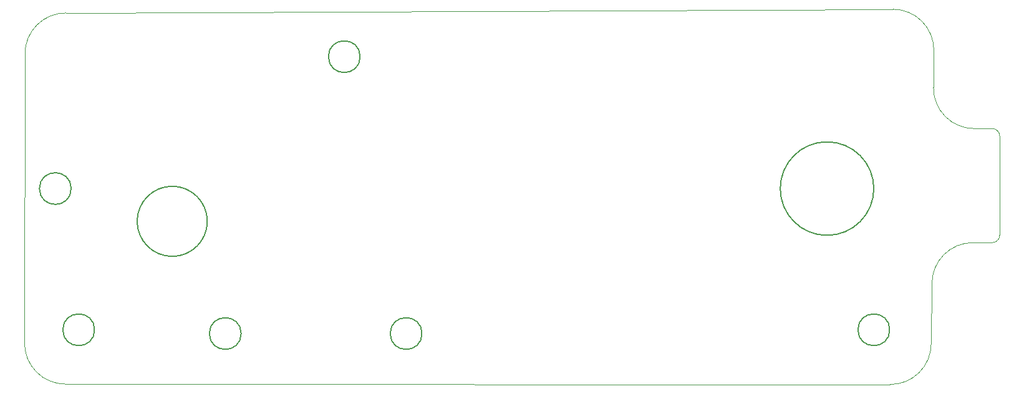
<source format=gbr>
%TF.GenerationSoftware,KiCad,Pcbnew,(6.0.9)*%
%TF.CreationDate,2022-12-26T17:28:56-09:00*%
%TF.ProjectId,PCB_ FCS PANEL,5043422c-2046-4435-9320-50414e454c2e,rev?*%
%TF.SameCoordinates,Original*%
%TF.FileFunction,Profile,NP*%
%FSLAX46Y46*%
G04 Gerber Fmt 4.6, Leading zero omitted, Abs format (unit mm)*
G04 Created by KiCad (PCBNEW (6.0.9)) date 2022-12-26 17:28:56*
%MOMM*%
%LPD*%
G01*
G04 APERTURE LIST*
%TA.AperFunction,Profile*%
%ADD10C,0.050000*%
%TD*%
%TA.AperFunction,Profile*%
%ADD11C,0.200000*%
%TD*%
G04 APERTURE END LIST*
D10*
X214223600Y-78181200D02*
G75*
G03*
X215239600Y-77165200I0J1016000D01*
G01*
X200355200Y-97434398D02*
G75*
G03*
X205943431Y-91897199I50800J5537198D01*
G01*
X206044569Y-83718400D02*
X205943431Y-91897199D01*
X211632800Y-78181200D02*
X214223600Y-78181200D01*
X214223600Y-62687200D02*
X211785200Y-62687431D01*
X206298800Y-52070231D02*
X206248000Y-57099200D01*
D11*
X128411531Y-52918860D02*
G75*
G03*
X128411531Y-52918860I-2152650J0D01*
G01*
D10*
X82854802Y-91795600D02*
G75*
G03*
X88392001Y-97383831I5537198J-50800D01*
G01*
X215239600Y-63703200D02*
G75*
G03*
X214223600Y-62687200I-1016000J0D01*
G01*
X211632800Y-78181202D02*
G75*
G03*
X206044569Y-83718400I-50800J-5537198D01*
G01*
X206298767Y-52070231D02*
G75*
G03*
X200761600Y-46482000I-5537167J50831D01*
G01*
D11*
X200303543Y-90014146D02*
G75*
G03*
X200303543Y-90014146I-2152649J0D01*
G01*
D10*
X200761600Y-46482000D02*
X88493600Y-46990001D01*
X215239600Y-63703200D02*
X215239600Y-77165200D01*
D11*
X136803543Y-90522146D02*
G75*
G03*
X136803543Y-90522146I-2152649J0D01*
G01*
D10*
X88392001Y-97383831D02*
X200355200Y-97434399D01*
X88493600Y-46990002D02*
G75*
G03*
X82905369Y-52527201I-50800J-5537198D01*
G01*
D11*
X112253544Y-90522146D02*
G75*
G03*
X112253544Y-90522146I-2152650J0D01*
G01*
X107663394Y-75282146D02*
G75*
G03*
X107663394Y-75282146I-4762500J0D01*
G01*
X92353544Y-90014146D02*
G75*
G03*
X92353544Y-90014146I-2152650J0D01*
G01*
X89178543Y-70832146D02*
G75*
G03*
X89178543Y-70832146I-2152649J0D01*
G01*
X198150893Y-70837146D02*
G75*
G03*
X198150893Y-70837146I-6349999J0D01*
G01*
D10*
X82905369Y-52527201D02*
X82854801Y-91795600D01*
X206248002Y-57099200D02*
G75*
G03*
X211785200Y-62687431I5537198J-50800D01*
G01*
M02*

</source>
